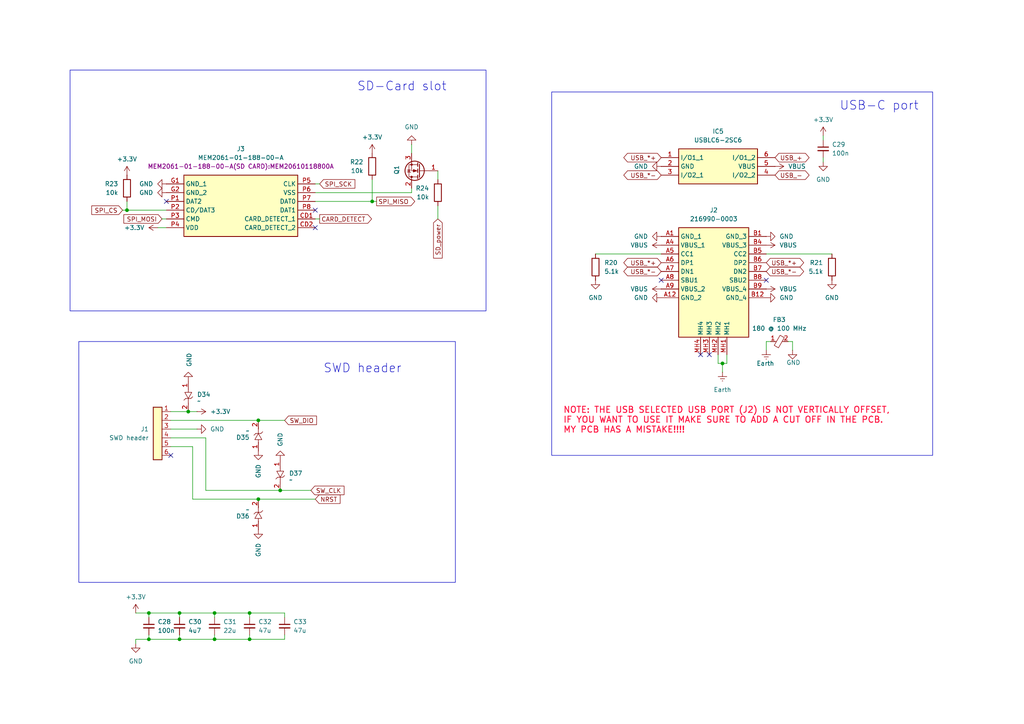
<source format=kicad_sch>
(kicad_sch (version 20250114) (generator "eeschema") (generator_version "9.0")
  (paper "A4")
  (lib_symbols
    (symbol "216990-0003:216990-0003"
      (property "Reference" "J" (at 26.67 7.62 0))
      (property "Value" "216990-0003" (at 26.67 5.08 0))
      (symbol "216990-0003_1_1"
        (rectangle (start 5.08 2.54) (end 25.4 -29.21) (stroke (width 0.254)) (fill (type background)))
        (pin passive line (at 0 0 0) (length 5.08) (name "GND_1") (number "A1"))
        (pin passive line (at 0 -2.54 0) (length 5.08) (name "VBUS_1") (number "A4"))
        (pin passive line (at 0 -5.08 0) (length 5.08) (name "CC1") (number "A5"))
        (pin passive line (at 0 -7.62 0) (length 5.08) (name "DP1") (number "A6"))
        (pin passive line (at 0 -10.16 0) (length 5.08) (name "DN1") (number "A7"))
        (pin passive line (at 0 -12.7 0) (length 5.08) (name "SBU1") (number "A8"))
        (pin passive line (at 0 -15.24 0) (length 5.08) (name "VBUS_2") (number "A9"))
        (pin passive line (at 0 -17.78 0) (length 5.08) (name "GND_2") (number "A12"))
        (pin passive line (at 11.43 -34.29 90) (length 5.08) (name "MH4") (number "MH4"))
        (pin passive line (at 13.97 -34.29 90) (length 5.08) (name "MH3") (number "MH3"))
        (pin passive line (at 16.51 -34.29 90) (length 5.08) (name "MH2") (number "MH2"))
        (pin passive line (at 19.05 -34.29 90) (length 5.08) (name "MH1") (number "MH1"))
        (pin passive line (at 30.48 0 180) (length 5.08) (name "GND_3") (number "B1"))
        (pin passive line (at 30.48 -2.54 180) (length 5.08) (name "VBUS_3") (number "B4"))
        (pin passive line (at 30.48 -5.08 180) (length 5.08) (name "CC2") (number "B5"))
        (pin passive line (at 30.48 -7.62 180) (length 5.08) (name "DP2") (number "B6"))
        (pin passive line (at 30.48 -10.16 180) (length 5.08) (name "DN2") (number "B7"))
        (pin passive line (at 30.48 -12.7 180) (length 5.08) (name "SBU2") (number "B8"))
        (pin passive line (at 30.48 -15.24 180) (length 5.08) (name "VBUS_4") (number "B9"))
        (pin passive line (at 30.48 -17.78 180) (length 5.08) (name "GND_4") (number "B12"))
      )
    )
    (symbol "Device:C_Small" (pin_numbers (hide yes)) (pin_names (offset 0.254) (hide yes))
      (property "Reference" "C" (at 0.254 1.778 0))
      (property "Value" "C_Small" (at 0.254 -2.032 0))
      (symbol "C_Small_0_1"
        (polyline (pts (xy -1.524 0.508) (xy 1.524 0.508)) (stroke (width 0.3048)))
        (polyline (pts (xy -1.524 -0.508) (xy 1.524 -0.508)) (stroke (width 0.3302)))
      )
      (symbol "C_Small_1_1"
        (pin passive line (at 0 2.54 270) (length 2.032) (name "~") (number "1"))
        (pin passive line (at 0 -2.54 90) (length 2.032) (name "~") (number "2"))
      )
    )
    (symbol "Device:R" (pin_numbers (hide yes)) (pin_names (offset 0))
      (property "Reference" "R" (at 2.032 0 90))
      (property "Value" "R" (at 0 0 90))
      (symbol "R_0_1"
        (rectangle (start -1.016 -2.54) (end 1.016 2.54) (stroke (width 0.254)))
      )
      (symbol "R_1_1"
        (pin passive line (at 0 3.81 270) (length 1.27) (name "~") (number "1"))
        (pin passive line (at 0 -3.81 90) (length 1.27) (name "~") (number "2"))
      )
    )
    (symbol "Ferrite_bead_ILBB0603ER181V:ILBB0603ER181V"
      (property "Reference" "FB" (at 0 2.286 0))
      (property "Value" "180 @ 100 MHz" (at 1.27 -0.254 0))
      (symbol "ILBB0603ER181V_0_1"
        (polyline (pts (xy -0.889 -3.81) (xy -1.2954 -3.81)))
        (polyline (pts (xy -0.2794 -5.6388) (xy -1.4986 -4.9276) (xy 0.2032 -1.9812) (xy 1.4224 -2.6924) (xy -0.2794 -5.6388)))
        (polyline (pts (xy 1.27 -3.81) (xy 0.7874 -3.81)))
      )
      (symbol "ILBB0603ER181V_1_1"
        (pin passive line (at -2.54 -3.81 0) (length 1.27) (name "~") (number "1"))
        (pin passive line (at 2.54 -3.81 180) (length 1.27) (name "~") (number "2"))
      )
    )
    (symbol "MEM2061-01-188-00-A:MEM2061-01-188-00-A"
      (property "Reference" "J" (at 39.37 7.62 0))
      (property "Value" "MEM2061-01-188-00-A" (at 39.37 5.08 0))
      (property "Footprint" "MEM2061-01-188-00-A(SD CARD):MEM20610118800A" (at 39.37 -94.92 0))
      (symbol "MEM2061-01-188-00-A_1_1"
        (rectangle (start 5.08 2.54) (end 38.1 -15.24) (stroke (width 0.254)) (fill (type background)))
        (pin passive line (at 0 0 0) (length 5.08) (name "GND_1") (number "G1"))
        (pin passive line (at 0 -2.54 0) (length 5.08) (name "GND_2") (number "G2"))
        (pin passive line (at 0 -5.08 0) (length 5.08) (name "DAT2") (number "P1"))
        (pin passive line (at 0 -7.62 0) (length 5.08) (name "CD/DAT3") (number "P2"))
        (pin passive line (at 0 -10.16 0) (length 5.08) (name "CMD") (number "P3"))
        (pin passive line (at 0 -12.7 0) (length 5.08) (name "VDD") (number "P4"))
        (pin passive line (at 43.18 0 180) (length 5.08) (name "CLK") (number "P5"))
        (pin passive line (at 43.18 -2.54 180) (length 5.08) (name "VSS") (number "P6"))
        (pin passive line (at 43.18 -5.08 180) (length 5.08) (name "DAT0") (number "P7"))
        (pin passive line (at 43.18 -7.62 180) (length 5.08) (name "DAT1") (number "P8"))
        (pin passive line (at 43.18 -10.16 180) (length 5.08) (name "CARD_DETECT_1") (number "CD1"))
        (pin passive line (at 43.18 -12.7 180) (length 5.08) (name "CARD_DETECT_2") (number "CD2"))
      )
    )
    (symbol "P4SMAJ15A:_P4SMAJ15A"
      (property "Reference" "D" (at 0.254 0 0))
      (symbol "_P4SMAJ15A_1_1"
        (polyline (pts (xy 4.318 -3.81) (xy 3.81 -4.318)))
        (polyline (pts (xy 5.08 -2.032) (xy 5.08 -3.81)))
        (polyline (pts (xy 5.08 -3.81) (xy 4.318 -3.81)))
        (polyline (pts (xy 5.08 -3.81) (xy 5.842 -3.81)))
        (polyline (pts (xy 5.08 -6.604) (xy 5.08 -6.35) (xy 5.08 -5.588) (xy 6.096 -5.588) (xy 5.08 -3.81) (xy 4.064 -5.588) (xy 5.08 -5.588)))
        (polyline (pts (xy 5.842 -3.81) (xy 6.35 -3.302)))
        (polyline (pts (xy 6.35 -3.81) (xy 6.35 -3.81)))
        (polyline (pts (xy 6.35 -3.81) (xy 6.35 -3.81)))
        (pin passive line (at 5.08 0 270) (length 2.54) (name "") (number "2"))
        (pin passive line (at 5.08 -8.89 90) (length 2.54) (name "") (number "1"))
      )
    )
    (symbol "TSW-106-07-T-S:TSW-106-07-T-S"
      (property "Reference" "J" (at 13.97 7.62 0))
      (property "Value" "TSW-106-07-T-S" (at 13.97 5.08 0))
      (symbol "TSW-106-07-T-S_1_1"
        (rectangle (start -6.35 2.54) (end 8.89 0) (stroke (width 0.254)) (fill (type background)))
        (pin passive line (at -5.08 -2.54 90) (length 2.54) (name "") (number "1"))
        (pin passive line (at -2.54 -2.54 90) (length 2.54) (name "") (number "2"))
        (pin passive line (at 0 -2.54 90) (length 2.54) (name "") (number "3"))
        (pin passive line (at 2.54 -2.54 90) (length 2.54) (name "") (number "4"))
        (pin passive line (at 5.08 -2.54 90) (length 2.54) (name "") (number "5"))
        (pin passive line (at 7.62 -2.54 90) (length 2.54) (name "") (number "6"))
      )
    )
    (symbol "Transistor_FET:BUK7880-55A" (pin_names (hide yes))
      (property "Reference" "Q" (at 5.08 1.905 0))
      (property "Value" "BUK7880-55A" (at 5.08 0 0))
      (symbol "BUK7880-55A_0_1"
        (polyline (pts (xy 0.254 1.905) (xy 0.254 -1.905)) (stroke (width 0.254)))
        (polyline (pts (xy 0.254 0) (xy -2.54 0)))
        (polyline (pts (xy 0.762 2.286) (xy 0.762 1.27)) (stroke (width 0.254)))
        (polyline (pts (xy 0.762 0.508) (xy 0.762 -0.508)) (stroke (width 0.254)))
        (polyline (pts (xy 0.762 -1.27) (xy 0.762 -2.286)) (stroke (width 0.254)))
        (polyline (pts (xy 0.762 -1.778) (xy 3.302 -1.778) (xy 3.302 1.778) (xy 0.762 1.778)))
        (polyline (pts (xy 1.016 0) (xy 2.032 0.381) (xy 2.032 -0.381) (xy 1.016 0)) (fill (type outline)))
        (circle (center 1.651 0) (radius 2.794) (stroke (width 0.254)))
        (polyline (pts (xy 2.54 2.54) (xy 2.54 1.778)))
        (circle (center 2.54 1.778) (radius 0.254) (fill (type outline)))
        (circle (center 2.54 -1.778) (radius 0.254) (fill (type outline)))
        (polyline (pts (xy 2.54 -2.54) (xy 2.54 0) (xy 0.762 0)))
        (polyline (pts (xy 2.794 0.508) (xy 2.921 0.381) (xy 3.683 0.381) (xy 3.81 0.254)))
        (polyline (pts (xy 3.302 0.381) (xy 2.921 -0.254) (xy 3.683 -0.254) (xy 3.302 0.381)))
      )
      (symbol "BUK7880-55A_1_1"
        (pin input line (at -5.08 0 0) (length 2.54) (name "G") (number "1"))
        (pin passive line (at 2.54 5.08 270) (length 2.54) (name "D") (number "2"))
        (pin passive line (at 2.54 -5.08 90) (length 2.54) (name "S") (number "3"))
      )
    )
    (symbol "USBLC6-2SC6:USBLC6-2SC6"
      (property "Reference" "IC" (at 29.21 7.62 0))
      (property "Value" "USBLC6-2SC6" (at 29.21 5.08 0))
      (symbol "USBLC6-2SC6_1_1"
        (rectangle (start 5.08 2.54) (end 27.94 -7.62) (stroke (width 0.254)) (fill (type background)))
        (pin passive line (at 0 0 0) (length 5.08) (name "I/O1_1") (number "1"))
        (pin passive line (at 0 -2.54 0) (length 5.08) (name "GND") (number "2"))
        (pin passive line (at 0 -5.08 0) (length 5.08) (name "I/O2_1") (number "3"))
        (pin passive line (at 33.02 0 180) (length 5.08) (name "I/O1_2") (number "6"))
        (pin passive line (at 33.02 -2.54 180) (length 5.08) (name "VBUS") (number "5"))
        (pin passive line (at 33.02 -5.08 180) (length 5.08) (name "I/O2_2") (number "4"))
      )
    )
    (symbol "power:+3.3V" (power) (pin_numbers (hide yes)) (pin_names (offset 0) (hide yes))
      (property "Value" "+3.3V" (at 0 3.556 0))
      (symbol "+3.3V_0_1"
        (polyline (pts (xy -0.762 1.27) (xy 0 2.54)))
        (polyline (pts (xy 0 2.54) (xy 0.762 1.27)))
        (polyline (pts (xy 0 0) (xy 0 2.54)))
      )
      (symbol "+3.3V_1_1"
        (pin power_in line (at 0 0 90) (length 0) (name "~") (number "1"))
      )
    )
    (symbol "power:Earth" (power) (pin_numbers (hide yes)) (pin_names (offset 0) (hide yes))
      (property "Value" "Earth" (at 0 -3.81 0))
      (symbol "Earth_0_1"
        (polyline (pts (xy -0.635 -1.905) (xy 0.635 -1.905)))
        (polyline (pts (xy -0.127 -2.54) (xy 0.127 -2.54)))
        (polyline (pts (xy 0 -1.27) (xy 0 0)))
        (polyline (pts (xy 1.27 -1.27) (xy -1.27 -1.27)))
      )
      (symbol "Earth_1_1"
        (pin power_in line (at 0 0 270) (length 0) (name "~") (number "1"))
      )
    )
    (symbol "power:GND" (power) (pin_numbers (hide yes)) (pin_names (offset 0) (hide yes))
      (property "Value" "GND" (at 0 -3.81 0))
      (symbol "GND_0_1"
        (polyline (pts (xy 0 0) (xy 0 -1.27) (xy 1.27 -1.27) (xy 0 -2.54) (xy -1.27 -1.27) (xy 0 -1.27)))
      )
      (symbol "GND_1_1"
        (pin power_in line (at 0 0 270) (length 0) (name "~") (number "1"))
      )
    )
    (symbol "power:VBUS" (power) (pin_numbers (hide yes)) (pin_names (offset 0) (hide yes))
      (property "Value" "VBUS" (at 0 3.556 0))
      (symbol "VBUS_0_1"
        (polyline (pts (xy -0.762 1.27) (xy 0 2.54)))
        (polyline (pts (xy 0 2.54) (xy 0.762 1.27)))
        (polyline (pts (xy 0 0) (xy 0 2.54)))
      )
      (symbol "VBUS_1_1"
        (pin power_in line (at 0 0 90) (length 0) (name "~") (number "1"))
      )
    )
  )
  (rectangle (start 20.32 20.32) (end 140.97 90.17))
  (rectangle (start 160.02 26.67) (end 270.51 132.08))
  (rectangle (start 22.86 99.06) (end 132.08 168.91))
  (text "USB-C port" (at 255.016 30.734 0) (effects (font (size 2.54 2.54))))
  (text "NOTE: THE USB SELECTED USB PORT (J2) IS NOT VERTICALLY OFFSET, \nIF YOU WANT TO USE IT MAKE SURE TO ADD A CUT OFF IN THE PCB.\nMY PCB HAS A MISTAKE!!!!\n" (at 163.322 121.92 0) (effects (font (size 1.778 1.778) (thickness 0.254) (bold yes)) (justify left)))
  (text "SWD header" (at 105.156 106.934 0) (effects (font (size 2.54 2.54))))
  (text "SD-Card slot" (at 116.586 25.146 0) (effects (font (size 2.54 2.54))))
  (junction (at 74.93 144.78))
  (junction (at 52.07 185.42))
  (junction (at 36.83 60.96))
  (junction (at 43.18 185.42))
  (junction (at 107.95 58.42))
  (junction (at 72.39 185.42))
  (junction (at 62.23 177.8))
  (junction (at 72.39 177.8))
  (junction (at 209.55 105.41))
  (junction (at 62.23 185.42))
  (junction (at 81.28 142.24))
  (junction (at 52.07 177.8))
  (junction (at 54.61 119.38))
  (junction (at 74.93 121.92))
  (junction (at 43.18 177.8))
  (no_connect (at 91.44 66.04))
  (no_connect (at 91.44 60.96))
  (no_connect (at 222.25 81.28))
  (no_connect (at 203.2 102.87))
  (no_connect (at 205.74 102.87))
  (no_connect (at 48.26 58.42))
  (no_connect (at 191.77 81.28))
  (no_connect (at 49.53 132.08))
  (wire (pts (xy 72.39 184.15) (xy 72.39 185.42)))
  (wire (pts (xy 36.83 58.42) (xy 36.83 60.96)))
  (wire (pts (xy 210.82 105.41) (xy 210.82 102.87)))
  (wire (pts (xy 72.39 177.8) (xy 82.55 177.8)))
  (wire (pts (xy 49.53 124.46) (xy 57.15 124.46)))
  (wire (pts (xy 43.18 184.15) (xy 43.18 185.42)))
  (wire (pts (xy 59.69 127) (xy 59.69 142.24)))
  (wire (pts (xy 49.53 127) (xy 59.69 127)))
  (wire (pts (xy 209.55 105.41) (xy 210.82 105.41)))
  (wire (pts (xy 49.53 119.38) (xy 54.61 119.38)))
  (wire (pts (xy 72.39 177.8) (xy 72.39 179.07)))
  (wire (pts (xy 62.23 177.8) (xy 62.23 179.07)))
  (wire (pts (xy 62.23 177.8) (xy 72.39 177.8)))
  (wire (pts (xy 107.95 52.07) (xy 107.95 58.42)))
  (wire (pts (xy 62.23 184.15) (xy 62.23 185.42)))
  (wire (pts (xy 91.44 55.88) (xy 119.38 55.88)))
  (wire (pts (xy 127 59.69) (xy 127 63.5)))
  (wire (pts (xy 43.18 185.42) (xy 52.07 185.42)))
  (wire (pts (xy 238.76 39.37) (xy 238.76 40.64)))
  (wire (pts (xy 52.07 177.8) (xy 62.23 177.8)))
  (wire (pts (xy 82.55 185.42) (xy 82.55 184.15)))
  (wire (pts (xy 54.61 119.38) (xy 57.15 119.38)))
  (wire (pts (xy 222.25 99.06) (xy 223.52 99.06)))
  (wire (pts (xy 43.18 179.07) (xy 43.18 177.8)))
  (wire (pts (xy 238.76 45.72) (xy 238.76 46.99)))
  (wire (pts (xy 229.87 101.6) (xy 229.87 99.06)))
  (wire (pts (xy 172.72 73.66) (xy 191.77 73.66)))
  (wire (pts (xy 39.37 185.42) (xy 43.18 185.42)))
  (wire (pts (xy 208.28 105.41) (xy 209.55 105.41)))
  (wire (pts (xy 109.22 58.42) (xy 107.95 58.42)))
  (wire (pts (xy 45.72 66.04) (xy 48.26 66.04)))
  (wire (pts (xy 43.18 177.8) (xy 52.07 177.8)))
  (wire (pts (xy 55.88 129.54) (xy 55.88 144.78)))
  (wire (pts (xy 209.55 105.41) (xy 209.55 107.95)))
  (wire (pts (xy 49.53 129.54) (xy 55.88 129.54)))
  (wire (pts (xy 241.3 73.66) (xy 222.25 73.66)))
  (wire (pts (xy 55.88 144.78) (xy 74.93 144.78)))
  (wire (pts (xy 107.95 58.42) (xy 91.44 58.42)))
  (wire (pts (xy 35.56 60.96) (xy 36.83 60.96)))
  (wire (pts (xy 81.28 142.24) (xy 90.17 142.24)))
  (wire (pts (xy 91.44 63.5) (xy 92.71 63.5)))
  (wire (pts (xy 119.38 44.45) (xy 119.38 41.91)))
  (wire (pts (xy 229.87 99.06) (xy 228.6 99.06)))
  (wire (pts (xy 74.93 144.78) (xy 91.44 144.78)))
  (wire (pts (xy 119.38 55.88) (xy 119.38 54.61)))
  (wire (pts (xy 39.37 177.8) (xy 43.18 177.8)))
  (wire (pts (xy 62.23 185.42) (xy 72.39 185.42)))
  (wire (pts (xy 36.83 60.96) (xy 48.26 60.96)))
  (wire (pts (xy 46.99 63.5) (xy 48.26 63.5)))
  (wire (pts (xy 208.28 102.87) (xy 208.28 105.41)))
  (wire (pts (xy 52.07 185.42) (xy 62.23 185.42)))
  (wire (pts (xy 72.39 185.42) (xy 82.55 185.42)))
  (wire (pts (xy 127 49.53) (xy 127 52.07)))
  (wire (pts (xy 74.93 121.92) (xy 82.55 121.92)))
  (wire (pts (xy 222.25 101.6) (xy 222.25 99.06)))
  (wire (pts (xy 82.55 177.8) (xy 82.55 179.07)))
  (wire (pts (xy 52.07 184.15) (xy 52.07 185.42)))
  (wire (pts (xy 39.37 186.69) (xy 39.37 185.42)))
  (wire (pts (xy 91.44 53.34) (xy 92.71 53.34)))
  (wire (pts (xy 52.07 177.8) (xy 52.07 179.07)))
  (wire (pts (xy 59.69 142.24) (xy 81.28 142.24)))
  (wire (pts (xy 49.53 121.92) (xy 74.93 121.92)))
  (global_label "USB_*+" (shape bidirectional) (at 222.25 76.2 0) (property "Intersheetrefs" "${INTERSHEET_REFS}" (effects (hide yes))))
  (global_label "SPI_SCK" (shape input) (at 92.71 53.34 0) (property "Intersheetrefs" "${INTERSHEET_REFS}" (effects (hide yes))))
  (global_label "SW_CLK" (shape input) (at 90.17 142.24 0) (property "Intersheetrefs" "${INTERSHEET_REFS}" (effects (hide yes))))
  (global_label "SPI_MISO" (shape output) (at 109.22 58.42 0) (property "Intersheetrefs" "${INTERSHEET_REFS}" (effects (hide yes))))
  (global_label "USB_*-" (shape bidirectional) (at 191.77 78.74 180) (property "Intersheetrefs" "${INTERSHEET_REFS}" (effects (hide yes))))
  (global_label "NRST" (shape input) (at 91.44 144.78 0) (property "Intersheetrefs" "${INTERSHEET_REFS}" (effects (hide yes))))
  (global_label "SPI_MOSI" (shape input) (at 46.99 63.5 180) (property "Intersheetrefs" "${INTERSHEET_REFS}" (effects (hide yes))))
  (global_label "USB_*-" (shape bidirectional) (at 222.25 78.74 0) (property "Intersheetrefs" "${INTERSHEET_REFS}" (effects (hide yes))))
  (global_label "USB_+" (shape bidirectional) (at 224.79 45.72 0) (property "Intersheetrefs" "${INTERSHEET_REFS}" (effects (hide yes))))
  (global_label "USB_*+" (shape bidirectional) (at 191.77 45.72 180) (property "Intersheetrefs" "${INTERSHEET_REFS}" (effects (hide yes))))
  (global_label "CARD_DETECT" (shape output) (at 92.71 63.5 0) (property "Intersheetrefs" "${INTERSHEET_REFS}" (effects (hide yes))))
  (global_label "USB_*+" (shape bidirectional) (at 191.77 76.2 180) (property "Intersheetrefs" "${INTERSHEET_REFS}" (effects (hide yes))))
  (global_label "SD_power" (shape input) (at 127 63.5 270) (property "Intersheetrefs" "${INTERSHEET_REFS}" (effects (hide yes))))
  (global_label "USB_-" (shape bidirectional) (at 224.79 50.8 0) (property "Intersheetrefs" "${INTERSHEET_REFS}" (effects (hide yes))))
  (global_label "USB_*-" (shape bidirectional) (at 191.77 50.8 180) (property "Intersheetrefs" "${INTERSHEET_REFS}" (effects (hide yes))))
  (global_label "SW_DIO" (shape input) (at 82.55 121.92 0) (property "Intersheetrefs" "${INTERSHEET_REFS}" (effects (hide yes))))
  (global_label "SPI_CS" (shape input) (at 35.56 60.96 180) (property "Intersheetrefs" "${INTERSHEET_REFS}" (effects (hide yes))))
  (symbol (lib_id "power:+3.3V") (at 39.37 177.8 0) (mirror y) (unit 1)
    (property "Reference" "#PWR053" (effects (hide yes)))
    (property "Value" "+3.3V" (at 39.37 173.1496 0))
    (property "Description" "Power symbol creates a global label with name \"+3.3V\"" (effects (hide yes)))
  )
  (symbol (lib_id "Device:R") (at 36.83 54.61 0) (mirror x) (unit 1)
    (property "Reference" "R23" (at 34.29 53.3399 0) (effects (justify right)))
    (property "Value" "10k" (at 34.29 55.8799 0) (effects (justify right)))
    (property "Footprint" "Resistor_SMD:R_0603_1608Metric_Pad0.98x0.95mm_HandSolder" (effects (hide yes)))
    (property "Description" "Resistor" (effects (hide yes)))
  )
  (symbol (lib_id "Device:C_Small") (at 52.07 181.61 0) (unit 1)
    (property "Reference" "C30" (at 54.61 180.3462 0) (effects (justify left)))
    (property "Value" "4u7" (at 54.61 182.8862 0) (effects (justify left)))
    (property "Footprint" "Capacitor_SMD:C_0805_2012Metric_Pad1.18x1.45mm_HandSolder" (effects (hide yes)))
    (property "Description" "Unpolarized capacitor, small symbol" (effects (hide yes)))
  )
  (symbol (lib_id "Device:C_Small") (at 62.23 181.61 0) (unit 1)
    (property "Reference" "C31" (at 64.77 180.3462 0) (effects (justify left)))
    (property "Value" "22u" (at 64.77 182.8862 0) (effects (justify left)))
    (property "Footprint" "Capacitor_SMD:C_0805_2012Metric_Pad1.18x1.45mm_HandSolder" (effects (hide yes)))
    (property "Description" "Unpolarized capacitor, small symbol" (effects (hide yes)))
  )
  (symbol (lib_id "Device:R") (at 241.3 77.47 0) (mirror x) (unit 1)
    (property "Reference" "R21" (at 238.76 76.1999 0) (effects (justify right)))
    (property "Value" "5.1k" (at 238.76 78.7399 0) (effects (justify right)))
    (property "Footprint" "Resistor_SMD:R_0603_1608Metric_Pad0.98x0.95mm_HandSolder" (effects (hide yes)))
    (property "Description" "Resistor" (effects (hide yes)))
  )
  (symbol (lib_id "power:GND") (at 39.37 186.69 0) (unit 1)
    (property "Reference" "#PWR054" (effects (hide yes)))
    (property "Value" "GND" (at 39.37 191.77 0))
    (property "Description" "Power symbol creates a global label with name \"GND\" , ground" (effects (hide yes)))
  )
  (symbol (lib_id "power:GND") (at 57.15 124.46 90) (unit 1)
    (property "Reference" "#PWR034" (effects (hide yes)))
    (property "Value" "GND" (at 60.96 124.4599 90) (effects (justify right)))
    (property "Description" "Power symbol creates a global label with name \"GND\" , ground" (effects (hide yes)))
  )
  (symbol (lib_id "power:GND") (at 172.72 81.28 0) (unit 1)
    (property "Reference" "#PWR031" (effects (hide yes)))
    (property "Value" "GND" (at 172.72 86.36 0))
    (property "Description" "Power symbol creates a global label with name \"GND\" , ground" (effects (hide yes)))
  )
  (symbol (lib_id "power:+3.3V") (at 57.15 119.38 270) (mirror x) (unit 1)
    (property "Reference" "#PWR033" (effects (hide yes)))
    (property "Value" "+3.3V" (at 60.96 119.3799 90) (effects (justify left)))
    (property "Description" "Power symbol creates a global label with name \"+3.3V\"" (effects (hide yes)))
  )
  (symbol (lib_id "power:GND") (at 191.77 48.26 270) (unit 1)
    (property "Reference" "#PWR055" (effects (hide yes)))
    (property "Value" "GND" (at 187.96 48.2599 90) (effects (justify right)))
    (property "Description" "Power symbol creates a global label with name \"GND\" , ground" (effects (hide yes)))
  )
  (symbol (lib_id "power:+3.3V") (at 36.83 50.8 0) (mirror y) (unit 1)
    (property "Reference" "#PWR061" (effects (hide yes)))
    (property "Value" "+3.3V" (at 36.83 46.1496 0))
    (property "Description" "Power symbol creates a global label with name \"+3.3V\"" (effects (hide yes)))
  )
  (symbol (lib_id "P4SMAJ15A:_P4SMAJ15A") (at 59.69 119.38 180) (unit 1)
    (property "Reference" "D34" (at 57.15 114.4269 0) (effects (justify right)))
    (property "Value" "~" (at 57.15 116.332 0) (effects (justify right)))
    (property "Footprint" "p4smaj65:p4smaj65(DO-214AC)" (effects (hide yes)))
    (property "Datasheet" "https://diotec.com/request/datasheet/p4smaj65.pdf" (effects (hide yes)))
  )
  (symbol (lib_id "power:Earth") (at 209.55 107.95 0) (unit 1)
    (property "Reference" "#PWR039" (effects (hide yes)))
    (property "Value" "Earth" (at 209.55 113.03 0))
    (property "Description" "Power symbol creates a global label with name \"Earth\"" (effects (hide yes)))
  )
  (symbol (lib_id "Device:C_Small") (at 72.39 181.61 0) (unit 1)
    (property "Reference" "C32" (at 74.93 180.3462 0) (effects (justify left)))
    (property "Value" "47u" (at 74.93 182.8862 0) (effects (justify left)))
    (property "Footprint" "Capacitor_SMD:C_0805_2012Metric_Pad1.18x1.45mm_HandSolder" (effects (hide yes)))
    (property "Description" "Unpolarized capacitor, small symbol" (effects (hide yes)))
  )
  (symbol (lib_id "Device:R") (at 127 55.88 0) (mirror x) (unit 1)
    (property "Reference" "R24" (at 124.46 54.6099 0) (effects (justify right)))
    (property "Value" "10k" (at 124.46 57.1499 0) (effects (justify right)))
    (property "Footprint" "Resistor_SMD:R_0603_1608Metric_Pad0.98x0.95mm_HandSolder" (effects (hide yes)))
    (property "Description" "Resistor" (effects (hide yes)))
  )
  (symbol (lib_id "power:GND") (at 48.26 55.88 270) (unit 1)
    (property "Reference" "#PWR052" (effects (hide yes)))
    (property "Value" "GND" (at 44.45 55.8799 90) (effects (justify right)))
    (property "Description" "Power symbol creates a global label with name \"GND\" , ground" (effects (hide yes)))
  )
  (symbol (lib_id "TSW-106-07-T-S:TSW-106-07-T-S") (at 46.99 124.46 90) (mirror x) (unit 1)
    (property "Reference" "J1" (at 43.18 124.4599 90) (effects (justify left)))
    (property "Value" "SWD header" (at 43.18 126.9999 90) (effects (justify left)))
    (property "Footprint" "TSW-106-XX-YY-S:TSW-106-XX-YY-S" (effects (hide yes)))
    (property "Datasheet" "http://suddendocs.samtec.com/prints/tsw-xxx-xx-xxx-x-xx-xxx-mkt.pdf" (effects (hide yes)))
    (property "Description" "Samtec, TSW, 6 Way, 1 Row, Straight Pin Header" (effects (hide yes)))
    (property "Manufacturer_Name" "SAMTEC" (effects (hide yes)))
    (property "Manufacturer_Part_Number" "TSW-106-07-T-S" (effects (hide yes)))
    (property "Mouser Part Number" "200-TSW10607TS" (effects (hide yes)))
    (property "Mouser Price/Stock" "https://www.mouser.co.uk/ProductDetail/Samtec/TSW-106-07-T-S?qs=rHlcMk0NooIyWog7lIx3ng%3D%3D" (effects (hide yes)))
    (property "Arrow Part Number" "TSW-106-07-T-S" (effects (hide yes)))
    (property "Arrow Price/Stock" "https://www.arrow.com/en/products/tsw-106-07-t-s/samtec?region=europe" (effects (hide yes)))
  )
  (symbol (lib_id "P4SMAJ15A:_P4SMAJ15A") (at 69.85 121.92 0) (unit 1)
    (property "Reference" "D35" (at 72.39 126.8731 0) (effects (justify right)))
    (property "Value" "~" (at 72.39 124.968 0) (effects (justify right)))
    (property "Footprint" "p4smaj65:p4smaj65(DO-214AC)" (effects (hide yes)))
    (property "Datasheet" "https://diotec.com/request/datasheet/p4smaj65.pdf" (effects (hide yes)))
  )
  (symbol (lib_id "P4SMAJ15A:_P4SMAJ15A") (at 69.85 144.78 0) (unit 1)
    (property "Reference" "D36" (at 72.39 149.7331 0) (effects (justify right)))
    (property "Value" "~" (at 72.39 147.828 0) (effects (justify right)))
    (property "Footprint" "p4smaj65:p4smaj65(DO-214AC)" (effects (hide yes)))
    (property "Datasheet" "https://diotec.com/request/datasheet/p4smaj65.pdf" (effects (hide yes)))
  )
  (symbol (lib_id "power:VBUS") (at 191.77 71.12 90) (unit 1)
    (property "Reference" "#PWR036" (effects (hide yes)))
    (property "Value" "VBUS" (at 187.96 71.1199 90) (effects (justify left)))
    (property "Description" "Power symbol creates a global label with name \"VBUS\"" (effects (hide yes)))
  )
  (symbol (lib_id "power:+3.3V") (at 107.95 44.45 0) (mirror y) (unit 1)
    (property "Reference" "#PWR060" (effects (hide yes)))
    (property "Value" "+3.3V" (at 107.95 39.7996 0))
    (property "Description" "Power symbol creates a global label with name \"+3.3V\"" (effects (hide yes)))
  )
  (symbol (lib_id "power:GND") (at 229.87 101.6 0) (unit 1)
    (property "Reference" "#PWR048" (effects (hide yes)))
    (property "Value" "GND" (at 230.124 105.156 0))
    (property "Description" "Power symbol creates a global label with name \"GND\" , ground" (effects (hide yes)))
  )
  (symbol (lib_id "power:GND") (at 191.77 86.36 270) (unit 1)
    (property "Reference" "#PWR038" (effects (hide yes)))
    (property "Value" "GND" (at 187.96 86.3599 90) (effects (justify right)))
    (property "Description" "Power symbol creates a global label with name \"GND\" , ground" (effects (hide yes)))
  )
  (symbol (lib_id "MEM2061-01-188-00-A:MEM2061-01-188-00-A") (at 48.26 53.34 0) (unit 1)
    (property "Reference" "J3" (at 69.85 43.18 0))
    (property "Value" "MEM2061-01-188-00-A" (at 69.85 45.72 0))
    (property "Footprint" "MEM2061-01-188-00-A(SD CARD):MEM20610118800A" (at 69.85 48.26 0))
    (property "Datasheet" "https://gct.co/files/drawings/mem2061.pdf?v=db251ddb-1946-4f24-aa19-b8a17901bdd2" (effects (hide yes)))
    (property "Description" "MEM2061 Series 8 Position 1.1 mm Pitch Push-Push MicroSD SMT Memory Card Connector" (effects (hide yes)))
    (property "Height" "2.13" (effects (hide yes)))
    (property "Manufacturer_Name" "GCT (GLOBAL CONNECTOR TECHNOLOGY)" (effects (hide yes)))
    (property "Manufacturer_Part_Number" "MEM2061-01-188-00-A" (effects (hide yes)))
    (property "Mouser Part Number" "640-MEM20610118800A" (effects (hide yes)))
    (property "Mouser Price/Stock" "https://www.mouser.co.uk/ProductDetail/GCT/MEM2061-01-188-00-A?qs=KUoIvG%2F9IlYc25USp0M1eQ%3D%3D" (effects (hide yes)))
  )
  (symbol (lib_id "Device:C_Small") (at 238.76 43.18 0) (unit 1)
    (property "Reference" "C29" (at 241.3 41.9162 0) (effects (justify left)))
    (property "Value" "100n" (at 241.3 44.4562 0) (effects (justify left)))
    (property "Footprint" "Capacitor_SMD:C_0805_2012Metric_Pad1.18x1.45mm_HandSolder" (effects (hide yes)))
    (property "Description" "Unpolarized capacitor, small symbol" (effects (hide yes)))
  )
  (symbol (lib_id "USBLC6-2SC6:USBLC6-2SC6") (at 191.77 45.72 0) (unit 1)
    (property "Reference" "IC5" (at 208.28 38.1 0))
    (property "Value" "USBLC6-2SC6" (at 208.28 40.64 0))
    (property "Footprint" "USBLC6-2SC6:SOT95P280X145-6N" (effects (hide yes)))
    (property "Datasheet" "http://www.st.com/st-web-ui/static/active/en/resource/technical/document/datasheet/CD00050750.pdf" (effects (hide yes)))
    (property "Description" "TVS Diode Array Uni-Directional USBLC6-2SC6 17V, SOT-23 6-Pin" (effects (hide yes)))
    (property "Height" "1.45" (effects (hide yes)))
    (property "Manufacturer_Name" "STMicroelectronics" (effects (hide yes)))
    (property "Manufacturer_Part_Number" "USBLC6-2SC6" (effects (hide yes)))
    (property "Mouser Part Number" "511-USBLC6-2SC6" (effects (hide yes)))
    (property "Mouser Price/Stock" "https://www.mouser.co.uk/ProductDetail/STMicroelectronics/USBLC6-2SC6?qs=po45yt2pPpu%2FhNIlwQdTlg%3D%3D" (effects (hide yes)))
    (property "Arrow Part Number" "USBLC6-2SC6" (effects (hide yes)))
    (property "Arrow Price/Stock" "https://www.arrow.com/en/products/usblc6-2sc6/stmicroelectronics?region=nac" (effects (hide yes)))
  )
  (symbol (lib_id "power:GND") (at 222.25 68.58 90) (mirror x) (unit 1)
    (property "Reference" "#PWR043" (effects (hide yes)))
    (property "Value" "GND" (at 226.06 68.5799 90) (effects (justify right)))
    (property "Description" "Power symbol creates a global label with name \"GND\" , ground" (effects (hide yes)))
  )
  (symbol (lib_id "Transistor_FET:BUK7880-55A") (at 121.92 49.53 180) (unit 1)
    (property "Reference" "Q1" (at 115.062 49.276 90))
    (property "Value" "BSS316NH6327XTSA1" (effects (hide yes)))
    (property "Footprint" "Package_TO_SOT_SMD:SOT-23_Handsoldering" (effects (hide yes)))
    (property "Datasheet" "https://www.mouser.co.uk/datasheet/2/196/Infineon_BSS316N_DS_v02_03_EN-1226276.pdf" (effects (hide yes)))
    (property "Description" "7A Id, 55V Vds, N-Channel Enhancement Mode MOSFET, SOT-223" (effects (hide yes)))
  )
  (symbol (lib_id "power:GND") (at 241.3 81.28 0) (mirror y) (unit 1)
    (property "Reference" "#PWR049" (effects (hide yes)))
    (property "Value" "GND" (at 241.3 86.36 0))
    (property "Description" "Power symbol creates a global label with name \"GND\" , ground" (effects (hide yes)))
  )
  (symbol (lib_id "power:+3.3V") (at 45.72 66.04 90) (mirror x) (unit 1)
    (property "Reference" "#PWR050" (effects (hide yes)))
    (property "Value" "+3.3V" (at 41.91 66.0399 90) (effects (justify left)))
    (property "Description" "Power symbol creates a global label with name \"+3.3V\"" (effects (hide yes)))
  )
  (symbol (lib_id "power:GND") (at 222.25 86.36 90) (mirror x) (unit 1)
    (property "Reference" "#PWR046" (effects (hide yes)))
    (property "Value" "GND" (at 226.06 86.3599 90) (effects (justify right)))
    (property "Description" "Power symbol creates a global label with name \"GND\" , ground" (effects (hide yes)))
  )
  (symbol (lib_id "216990-0003:216990-0003") (at 191.77 68.58 0) (unit 1)
    (property "Reference" "J2" (at 207.01 60.96 0))
    (property "Value" "216990-0003" (at 207.01 63.5 0))
    (property "Footprint" "216990-0003(USB-C):216990-0003" (effects (hide yes)))
    (property "Datasheet" "https://www.molex.com/pdm_docs/sd/2169900003_sd.pdf" (effects (hide yes)))
    (property "Description" "USB Connectors Mid-Mnt SMT CH0.58 16Ckt Type C Rec." (effects (hide yes)))
    (property "Height" "3.36" (effects (hide yes)))
    (property "Manufacturer_Name" "Molex" (effects (hide yes)))
    (property "Manufacturer_Part_Number" "216990-0003" (effects (hide yes)))
    (property "Mouser Part Number" "538-216990-0003" (effects (hide yes)))
    (property "Mouser Price/Stock" "https://www.mouser.co.uk/ProductDetail/Molex/216990-0003?qs=DRkmTr78QASn0GILUGAYCA%3D%3D" (effects (hide yes)))
    (property "Arrow Part Number" "216990-0003" (effects (hide yes)))
    (property "Arrow Price/Stock" "https://www.arrow.com/en/products/216990-0003/molex?region=nac" (effects (hide yes)))
  )
  (symbol (lib_id "power:GND") (at 191.77 68.58 270) (unit 1)
    (property "Reference" "#PWR035" (effects (hide yes)))
    (property "Value" "GND" (at 187.96 68.5799 90) (effects (justify right)))
    (property "Description" "Power symbol creates a global label with name \"GND\" , ground" (effects (hide yes)))
  )
  (symbol (lib_id "power:GND") (at 74.93 153.67 0) (unit 1)
    (property "Reference" "#PWR041" (effects (hide yes)))
    (property "Value" "GND" (at 74.9301 157.48 90) (effects (justify right)))
    (property "Description" "Power symbol creates a global label with name \"GND\" , ground" (effects (hide yes)))
  )
  (symbol (lib_id "P4SMAJ15A:_P4SMAJ15A") (at 86.36 142.24 180) (unit 1)
    (property "Reference" "D37" (at 83.82 137.2869 0) (effects (justify right)))
    (property "Value" "~" (at 83.82 139.192 0) (effects (justify right)))
    (property "Footprint" "p4smaj65:p4smaj65(DO-214AC)" (effects (hide yes)))
    (property "Datasheet" "https://diotec.com/request/datasheet/p4smaj65.pdf" (effects (hide yes)))
  )
  (symbol (lib_id "power:VBUS") (at 224.79 48.26 270) (unit 1)
    (property "Reference" "#PWR056" (effects (hide yes)))
    (property "Value" "VBUS" (at 228.6 48.2599 90) (effects (justify left)))
    (property "Description" "Power symbol creates a global label with name \"VBUS\"" (effects (hide yes)))
  )
  (symbol (lib_id "power:GND") (at 48.26 53.34 270) (unit 1)
    (property "Reference" "#PWR051" (effects (hide yes)))
    (property "Value" "GND" (at 44.45 53.3399 90) (effects (justify right)))
    (property "Description" "Power symbol creates a global label with name \"GND\" , ground" (effects (hide yes)))
  )
  (symbol (lib_id "Device:R") (at 107.95 48.26 0) (mirror x) (unit 1)
    (property "Reference" "R22" (at 105.41 46.9899 0) (effects (justify right)))
    (property "Value" "10k" (at 105.41 49.5299 0) (effects (justify right)))
    (property "Footprint" "Resistor_SMD:R_0603_1608Metric_Pad0.98x0.95mm_HandSolder" (effects (hide yes)))
    (property "Description" "Resistor" (effects (hide yes)))
  )
  (symbol (lib_id "power:GND") (at 74.93 130.81 0) (unit 1)
    (property "Reference" "#PWR040" (effects (hide yes)))
    (property "Value" "GND" (at 74.9301 134.62 90) (effects (justify right)))
    (property "Description" "Power symbol creates a global label with name \"GND\" , ground" (effects (hide yes)))
  )
  (symbol (lib_id "power:+3.3V") (at 238.76 39.37 0) (mirror y) (unit 1)
    (property "Reference" "#PWR058" (effects (hide yes)))
    (property "Value" "+3.3V" (at 238.76 34.7196 0))
    (property "Description" "Power symbol creates a global label with name \"+3.3V\"" (effects (hide yes)))
  )
  (symbol (lib_id "power:VBUS") (at 222.25 83.82 270) (mirror x) (unit 1)
    (property "Reference" "#PWR045" (effects (hide yes)))
    (property "Value" "VBUS" (at 226.06 83.8199 90) (effects (justify left)))
    (property "Description" "Power symbol creates a global label with name \"VBUS\"" (effects (hide yes)))
  )
  (symbol (lib_id "Device:C_Small") (at 43.18 181.61 0) (unit 1)
    (property "Reference" "C28" (at 45.72 180.3462 0) (effects (justify left)))
    (property "Value" "100n" (at 45.72 182.8862 0) (effects (justify left)))
    (property "Footprint" "Capacitor_SMD:C_0805_2012Metric_Pad1.18x1.45mm_HandSolder" (effects (hide yes)))
    (property "Description" "Unpolarized capacitor, small symbol" (effects (hide yes)))
  )
  (symbol (lib_id "power:GND") (at 238.76 46.99 0) (unit 1)
    (property "Reference" "#PWR059" (effects (hide yes)))
    (property "Value" "GND" (at 238.76 52.07 0))
    (property "Description" "Power symbol creates a global label with name \"GND\" , ground" (effects (hide yes)))
  )
  (symbol (lib_id "Device:R") (at 172.72 77.47 180) (unit 1)
    (property "Reference" "R20" (at 175.26 76.1999 0) (effects (justify right)))
    (property "Value" "5.1k" (at 175.26 78.7399 0) (effects (justify right)))
    (property "Footprint" "Resistor_SMD:R_0603_1608Metric_Pad0.98x0.95mm_HandSolder" (effects (hide yes)))
    (property "Description" "Resistor" (effects (hide yes)))
  )
  (symbol (lib_id "power:VBUS") (at 222.25 71.12 270) (mirror x) (unit 1)
    (property "Reference" "#PWR044" (effects (hide yes)))
    (property "Value" "VBUS" (at 226.06 71.1199 90) (effects (justify left)))
    (property "Description" "Power symbol creates a global label with name \"VBUS\"" (effects (hide yes)))
  )
  (symbol (lib_id "Device:C_Small") (at 82.55 181.61 0) (unit 1)
    (property "Reference" "C33" (at 85.09 180.3462 0) (effects (justify left)))
    (property "Value" "47u" (at 85.09 182.8862 0) (effects (justify left)))
    (property "Footprint" "Capacitor_SMD:C_0805_2012Metric_Pad1.18x1.45mm_HandSolder" (effects (hide yes)))
    (property "Description" "Unpolarized capacitor, small symbol" (effects (hide yes)))
  )
  (symbol (lib_id "power:VBUS") (at 191.77 83.82 90) (unit 1)
    (property "Reference" "#PWR037" (effects (hide yes)))
    (property "Value" "VBUS" (at 187.96 83.8199 90) (effects (justify left)))
    (property "Description" "Power symbol creates a global label with name \"VBUS\"" (effects (hide yes)))
  )
  (symbol (lib_id "power:GND") (at 81.28 133.35 180) (unit 1)
    (property "Reference" "#PWR042" (effects (hide yes)))
    (property "Value" "GND" (at 81.2799 129.54 90) (effects (justify right)))
    (property "Description" "Power symbol creates a global label with name \"GND\" , ground" (effects (hide yes)))
  )
  (symbol (lib_id "power:Earth") (at 222.25 101.6 0) (unit 1)
    (property "Reference" "#PWR047" (effects (hide yes)))
    (property "Value" "Earth" (at 221.996 105.41 0))
    (property "Description" "Power symbol creates a global label with name \"Earth\"" (effects (hide yes)))
  )
  (symbol (lib_id "power:GND") (at 119.38 41.91 180) (unit 1)
    (property "Reference" "#PWR057" (effects (hide yes)))
    (property "Value" "GND" (at 119.38 36.83 0))
    (property "Description" "Power symbol creates a global label with name \"GND\" , ground" (effects (hide yes)))
  )
  (symbol (lib_id "power:GND") (at 54.61 110.49 180) (unit 1)
    (property "Reference" "#PWR032" (effects (hide yes)))
    (property "Value" "GND" (at 54.864 106.426 90) (effects (justify right)))
    (property "Description" "Power symbol creates a global label with name \"GND\" , ground" (effects (hide yes)))
  )
  (symbol (lib_id "Ferrite_bead_ILBB0603ER181V:ILBB0603ER181V") (at 226.06 95.25 0) (unit 1)
    (property "Reference" "FB3" (at 226.0219 92.71 0))
    (property "Value" "180 @ 100 MHz" (at 226.0219 95.25 0))
    (property "Footprint" "Ferrite_bead_ILBB0603ER181V:ILBB0603ER181V" (effects (hide yes)))
    (property "Datasheet" "https://www.vishay.com/docs/34024/ilbb0603.pdf" (effects (hide yes)))
  )
)
</source>
